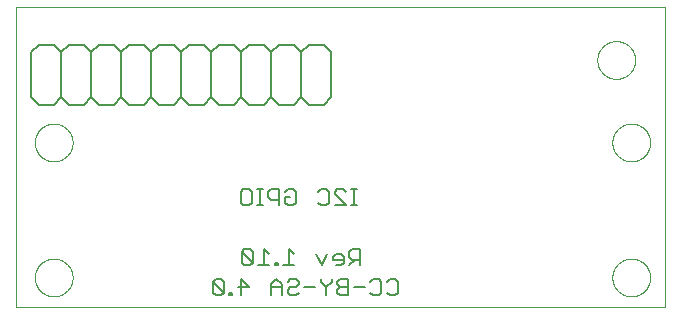
<source format=gbo>
G75*
%MOIN*%
%OFA0B0*%
%FSLAX25Y25*%
%IPPOS*%
%LPD*%
%AMOC8*
5,1,8,0,0,1.08239X$1,22.5*
%
%ADD10C,0.00000*%
%ADD11C,0.00500*%
%ADD12C,0.00600*%
D10*
X0031420Y0001000D02*
X0031420Y0101000D01*
X0247670Y0101000D01*
X0247670Y0001000D01*
X0031420Y0001000D01*
X0037621Y0011000D02*
X0037623Y0011158D01*
X0037629Y0011316D01*
X0037639Y0011474D01*
X0037653Y0011632D01*
X0037671Y0011789D01*
X0037692Y0011946D01*
X0037718Y0012102D01*
X0037748Y0012258D01*
X0037781Y0012413D01*
X0037819Y0012566D01*
X0037860Y0012719D01*
X0037905Y0012871D01*
X0037954Y0013022D01*
X0038007Y0013171D01*
X0038063Y0013319D01*
X0038123Y0013465D01*
X0038187Y0013610D01*
X0038255Y0013753D01*
X0038326Y0013895D01*
X0038400Y0014035D01*
X0038478Y0014172D01*
X0038560Y0014308D01*
X0038644Y0014442D01*
X0038733Y0014573D01*
X0038824Y0014702D01*
X0038919Y0014829D01*
X0039016Y0014954D01*
X0039117Y0015076D01*
X0039221Y0015195D01*
X0039328Y0015312D01*
X0039438Y0015426D01*
X0039551Y0015537D01*
X0039666Y0015646D01*
X0039784Y0015751D01*
X0039905Y0015853D01*
X0040028Y0015953D01*
X0040154Y0016049D01*
X0040282Y0016142D01*
X0040412Y0016232D01*
X0040545Y0016318D01*
X0040680Y0016402D01*
X0040816Y0016481D01*
X0040955Y0016558D01*
X0041096Y0016630D01*
X0041238Y0016700D01*
X0041382Y0016765D01*
X0041528Y0016827D01*
X0041675Y0016885D01*
X0041824Y0016940D01*
X0041974Y0016991D01*
X0042125Y0017038D01*
X0042277Y0017081D01*
X0042430Y0017120D01*
X0042585Y0017156D01*
X0042740Y0017187D01*
X0042896Y0017215D01*
X0043052Y0017239D01*
X0043209Y0017259D01*
X0043367Y0017275D01*
X0043524Y0017287D01*
X0043683Y0017295D01*
X0043841Y0017299D01*
X0043999Y0017299D01*
X0044157Y0017295D01*
X0044316Y0017287D01*
X0044473Y0017275D01*
X0044631Y0017259D01*
X0044788Y0017239D01*
X0044944Y0017215D01*
X0045100Y0017187D01*
X0045255Y0017156D01*
X0045410Y0017120D01*
X0045563Y0017081D01*
X0045715Y0017038D01*
X0045866Y0016991D01*
X0046016Y0016940D01*
X0046165Y0016885D01*
X0046312Y0016827D01*
X0046458Y0016765D01*
X0046602Y0016700D01*
X0046744Y0016630D01*
X0046885Y0016558D01*
X0047024Y0016481D01*
X0047160Y0016402D01*
X0047295Y0016318D01*
X0047428Y0016232D01*
X0047558Y0016142D01*
X0047686Y0016049D01*
X0047812Y0015953D01*
X0047935Y0015853D01*
X0048056Y0015751D01*
X0048174Y0015646D01*
X0048289Y0015537D01*
X0048402Y0015426D01*
X0048512Y0015312D01*
X0048619Y0015195D01*
X0048723Y0015076D01*
X0048824Y0014954D01*
X0048921Y0014829D01*
X0049016Y0014702D01*
X0049107Y0014573D01*
X0049196Y0014442D01*
X0049280Y0014308D01*
X0049362Y0014172D01*
X0049440Y0014035D01*
X0049514Y0013895D01*
X0049585Y0013753D01*
X0049653Y0013610D01*
X0049717Y0013465D01*
X0049777Y0013319D01*
X0049833Y0013171D01*
X0049886Y0013022D01*
X0049935Y0012871D01*
X0049980Y0012719D01*
X0050021Y0012566D01*
X0050059Y0012413D01*
X0050092Y0012258D01*
X0050122Y0012102D01*
X0050148Y0011946D01*
X0050169Y0011789D01*
X0050187Y0011632D01*
X0050201Y0011474D01*
X0050211Y0011316D01*
X0050217Y0011158D01*
X0050219Y0011000D01*
X0050217Y0010842D01*
X0050211Y0010684D01*
X0050201Y0010526D01*
X0050187Y0010368D01*
X0050169Y0010211D01*
X0050148Y0010054D01*
X0050122Y0009898D01*
X0050092Y0009742D01*
X0050059Y0009587D01*
X0050021Y0009434D01*
X0049980Y0009281D01*
X0049935Y0009129D01*
X0049886Y0008978D01*
X0049833Y0008829D01*
X0049777Y0008681D01*
X0049717Y0008535D01*
X0049653Y0008390D01*
X0049585Y0008247D01*
X0049514Y0008105D01*
X0049440Y0007965D01*
X0049362Y0007828D01*
X0049280Y0007692D01*
X0049196Y0007558D01*
X0049107Y0007427D01*
X0049016Y0007298D01*
X0048921Y0007171D01*
X0048824Y0007046D01*
X0048723Y0006924D01*
X0048619Y0006805D01*
X0048512Y0006688D01*
X0048402Y0006574D01*
X0048289Y0006463D01*
X0048174Y0006354D01*
X0048056Y0006249D01*
X0047935Y0006147D01*
X0047812Y0006047D01*
X0047686Y0005951D01*
X0047558Y0005858D01*
X0047428Y0005768D01*
X0047295Y0005682D01*
X0047160Y0005598D01*
X0047024Y0005519D01*
X0046885Y0005442D01*
X0046744Y0005370D01*
X0046602Y0005300D01*
X0046458Y0005235D01*
X0046312Y0005173D01*
X0046165Y0005115D01*
X0046016Y0005060D01*
X0045866Y0005009D01*
X0045715Y0004962D01*
X0045563Y0004919D01*
X0045410Y0004880D01*
X0045255Y0004844D01*
X0045100Y0004813D01*
X0044944Y0004785D01*
X0044788Y0004761D01*
X0044631Y0004741D01*
X0044473Y0004725D01*
X0044316Y0004713D01*
X0044157Y0004705D01*
X0043999Y0004701D01*
X0043841Y0004701D01*
X0043683Y0004705D01*
X0043524Y0004713D01*
X0043367Y0004725D01*
X0043209Y0004741D01*
X0043052Y0004761D01*
X0042896Y0004785D01*
X0042740Y0004813D01*
X0042585Y0004844D01*
X0042430Y0004880D01*
X0042277Y0004919D01*
X0042125Y0004962D01*
X0041974Y0005009D01*
X0041824Y0005060D01*
X0041675Y0005115D01*
X0041528Y0005173D01*
X0041382Y0005235D01*
X0041238Y0005300D01*
X0041096Y0005370D01*
X0040955Y0005442D01*
X0040816Y0005519D01*
X0040680Y0005598D01*
X0040545Y0005682D01*
X0040412Y0005768D01*
X0040282Y0005858D01*
X0040154Y0005951D01*
X0040028Y0006047D01*
X0039905Y0006147D01*
X0039784Y0006249D01*
X0039666Y0006354D01*
X0039551Y0006463D01*
X0039438Y0006574D01*
X0039328Y0006688D01*
X0039221Y0006805D01*
X0039117Y0006924D01*
X0039016Y0007046D01*
X0038919Y0007171D01*
X0038824Y0007298D01*
X0038733Y0007427D01*
X0038644Y0007558D01*
X0038560Y0007692D01*
X0038478Y0007828D01*
X0038400Y0007965D01*
X0038326Y0008105D01*
X0038255Y0008247D01*
X0038187Y0008390D01*
X0038123Y0008535D01*
X0038063Y0008681D01*
X0038007Y0008829D01*
X0037954Y0008978D01*
X0037905Y0009129D01*
X0037860Y0009281D01*
X0037819Y0009434D01*
X0037781Y0009587D01*
X0037748Y0009742D01*
X0037718Y0009898D01*
X0037692Y0010054D01*
X0037671Y0010211D01*
X0037653Y0010368D01*
X0037639Y0010526D01*
X0037629Y0010684D01*
X0037623Y0010842D01*
X0037621Y0011000D01*
X0037621Y0056000D02*
X0037623Y0056158D01*
X0037629Y0056316D01*
X0037639Y0056474D01*
X0037653Y0056632D01*
X0037671Y0056789D01*
X0037692Y0056946D01*
X0037718Y0057102D01*
X0037748Y0057258D01*
X0037781Y0057413D01*
X0037819Y0057566D01*
X0037860Y0057719D01*
X0037905Y0057871D01*
X0037954Y0058022D01*
X0038007Y0058171D01*
X0038063Y0058319D01*
X0038123Y0058465D01*
X0038187Y0058610D01*
X0038255Y0058753D01*
X0038326Y0058895D01*
X0038400Y0059035D01*
X0038478Y0059172D01*
X0038560Y0059308D01*
X0038644Y0059442D01*
X0038733Y0059573D01*
X0038824Y0059702D01*
X0038919Y0059829D01*
X0039016Y0059954D01*
X0039117Y0060076D01*
X0039221Y0060195D01*
X0039328Y0060312D01*
X0039438Y0060426D01*
X0039551Y0060537D01*
X0039666Y0060646D01*
X0039784Y0060751D01*
X0039905Y0060853D01*
X0040028Y0060953D01*
X0040154Y0061049D01*
X0040282Y0061142D01*
X0040412Y0061232D01*
X0040545Y0061318D01*
X0040680Y0061402D01*
X0040816Y0061481D01*
X0040955Y0061558D01*
X0041096Y0061630D01*
X0041238Y0061700D01*
X0041382Y0061765D01*
X0041528Y0061827D01*
X0041675Y0061885D01*
X0041824Y0061940D01*
X0041974Y0061991D01*
X0042125Y0062038D01*
X0042277Y0062081D01*
X0042430Y0062120D01*
X0042585Y0062156D01*
X0042740Y0062187D01*
X0042896Y0062215D01*
X0043052Y0062239D01*
X0043209Y0062259D01*
X0043367Y0062275D01*
X0043524Y0062287D01*
X0043683Y0062295D01*
X0043841Y0062299D01*
X0043999Y0062299D01*
X0044157Y0062295D01*
X0044316Y0062287D01*
X0044473Y0062275D01*
X0044631Y0062259D01*
X0044788Y0062239D01*
X0044944Y0062215D01*
X0045100Y0062187D01*
X0045255Y0062156D01*
X0045410Y0062120D01*
X0045563Y0062081D01*
X0045715Y0062038D01*
X0045866Y0061991D01*
X0046016Y0061940D01*
X0046165Y0061885D01*
X0046312Y0061827D01*
X0046458Y0061765D01*
X0046602Y0061700D01*
X0046744Y0061630D01*
X0046885Y0061558D01*
X0047024Y0061481D01*
X0047160Y0061402D01*
X0047295Y0061318D01*
X0047428Y0061232D01*
X0047558Y0061142D01*
X0047686Y0061049D01*
X0047812Y0060953D01*
X0047935Y0060853D01*
X0048056Y0060751D01*
X0048174Y0060646D01*
X0048289Y0060537D01*
X0048402Y0060426D01*
X0048512Y0060312D01*
X0048619Y0060195D01*
X0048723Y0060076D01*
X0048824Y0059954D01*
X0048921Y0059829D01*
X0049016Y0059702D01*
X0049107Y0059573D01*
X0049196Y0059442D01*
X0049280Y0059308D01*
X0049362Y0059172D01*
X0049440Y0059035D01*
X0049514Y0058895D01*
X0049585Y0058753D01*
X0049653Y0058610D01*
X0049717Y0058465D01*
X0049777Y0058319D01*
X0049833Y0058171D01*
X0049886Y0058022D01*
X0049935Y0057871D01*
X0049980Y0057719D01*
X0050021Y0057566D01*
X0050059Y0057413D01*
X0050092Y0057258D01*
X0050122Y0057102D01*
X0050148Y0056946D01*
X0050169Y0056789D01*
X0050187Y0056632D01*
X0050201Y0056474D01*
X0050211Y0056316D01*
X0050217Y0056158D01*
X0050219Y0056000D01*
X0050217Y0055842D01*
X0050211Y0055684D01*
X0050201Y0055526D01*
X0050187Y0055368D01*
X0050169Y0055211D01*
X0050148Y0055054D01*
X0050122Y0054898D01*
X0050092Y0054742D01*
X0050059Y0054587D01*
X0050021Y0054434D01*
X0049980Y0054281D01*
X0049935Y0054129D01*
X0049886Y0053978D01*
X0049833Y0053829D01*
X0049777Y0053681D01*
X0049717Y0053535D01*
X0049653Y0053390D01*
X0049585Y0053247D01*
X0049514Y0053105D01*
X0049440Y0052965D01*
X0049362Y0052828D01*
X0049280Y0052692D01*
X0049196Y0052558D01*
X0049107Y0052427D01*
X0049016Y0052298D01*
X0048921Y0052171D01*
X0048824Y0052046D01*
X0048723Y0051924D01*
X0048619Y0051805D01*
X0048512Y0051688D01*
X0048402Y0051574D01*
X0048289Y0051463D01*
X0048174Y0051354D01*
X0048056Y0051249D01*
X0047935Y0051147D01*
X0047812Y0051047D01*
X0047686Y0050951D01*
X0047558Y0050858D01*
X0047428Y0050768D01*
X0047295Y0050682D01*
X0047160Y0050598D01*
X0047024Y0050519D01*
X0046885Y0050442D01*
X0046744Y0050370D01*
X0046602Y0050300D01*
X0046458Y0050235D01*
X0046312Y0050173D01*
X0046165Y0050115D01*
X0046016Y0050060D01*
X0045866Y0050009D01*
X0045715Y0049962D01*
X0045563Y0049919D01*
X0045410Y0049880D01*
X0045255Y0049844D01*
X0045100Y0049813D01*
X0044944Y0049785D01*
X0044788Y0049761D01*
X0044631Y0049741D01*
X0044473Y0049725D01*
X0044316Y0049713D01*
X0044157Y0049705D01*
X0043999Y0049701D01*
X0043841Y0049701D01*
X0043683Y0049705D01*
X0043524Y0049713D01*
X0043367Y0049725D01*
X0043209Y0049741D01*
X0043052Y0049761D01*
X0042896Y0049785D01*
X0042740Y0049813D01*
X0042585Y0049844D01*
X0042430Y0049880D01*
X0042277Y0049919D01*
X0042125Y0049962D01*
X0041974Y0050009D01*
X0041824Y0050060D01*
X0041675Y0050115D01*
X0041528Y0050173D01*
X0041382Y0050235D01*
X0041238Y0050300D01*
X0041096Y0050370D01*
X0040955Y0050442D01*
X0040816Y0050519D01*
X0040680Y0050598D01*
X0040545Y0050682D01*
X0040412Y0050768D01*
X0040282Y0050858D01*
X0040154Y0050951D01*
X0040028Y0051047D01*
X0039905Y0051147D01*
X0039784Y0051249D01*
X0039666Y0051354D01*
X0039551Y0051463D01*
X0039438Y0051574D01*
X0039328Y0051688D01*
X0039221Y0051805D01*
X0039117Y0051924D01*
X0039016Y0052046D01*
X0038919Y0052171D01*
X0038824Y0052298D01*
X0038733Y0052427D01*
X0038644Y0052558D01*
X0038560Y0052692D01*
X0038478Y0052828D01*
X0038400Y0052965D01*
X0038326Y0053105D01*
X0038255Y0053247D01*
X0038187Y0053390D01*
X0038123Y0053535D01*
X0038063Y0053681D01*
X0038007Y0053829D01*
X0037954Y0053978D01*
X0037905Y0054129D01*
X0037860Y0054281D01*
X0037819Y0054434D01*
X0037781Y0054587D01*
X0037748Y0054742D01*
X0037718Y0054898D01*
X0037692Y0055054D01*
X0037671Y0055211D01*
X0037653Y0055368D01*
X0037639Y0055526D01*
X0037629Y0055684D01*
X0037623Y0055842D01*
X0037621Y0056000D01*
X0225121Y0083500D02*
X0225123Y0083658D01*
X0225129Y0083816D01*
X0225139Y0083974D01*
X0225153Y0084132D01*
X0225171Y0084289D01*
X0225192Y0084446D01*
X0225218Y0084602D01*
X0225248Y0084758D01*
X0225281Y0084913D01*
X0225319Y0085066D01*
X0225360Y0085219D01*
X0225405Y0085371D01*
X0225454Y0085522D01*
X0225507Y0085671D01*
X0225563Y0085819D01*
X0225623Y0085965D01*
X0225687Y0086110D01*
X0225755Y0086253D01*
X0225826Y0086395D01*
X0225900Y0086535D01*
X0225978Y0086672D01*
X0226060Y0086808D01*
X0226144Y0086942D01*
X0226233Y0087073D01*
X0226324Y0087202D01*
X0226419Y0087329D01*
X0226516Y0087454D01*
X0226617Y0087576D01*
X0226721Y0087695D01*
X0226828Y0087812D01*
X0226938Y0087926D01*
X0227051Y0088037D01*
X0227166Y0088146D01*
X0227284Y0088251D01*
X0227405Y0088353D01*
X0227528Y0088453D01*
X0227654Y0088549D01*
X0227782Y0088642D01*
X0227912Y0088732D01*
X0228045Y0088818D01*
X0228180Y0088902D01*
X0228316Y0088981D01*
X0228455Y0089058D01*
X0228596Y0089130D01*
X0228738Y0089200D01*
X0228882Y0089265D01*
X0229028Y0089327D01*
X0229175Y0089385D01*
X0229324Y0089440D01*
X0229474Y0089491D01*
X0229625Y0089538D01*
X0229777Y0089581D01*
X0229930Y0089620D01*
X0230085Y0089656D01*
X0230240Y0089687D01*
X0230396Y0089715D01*
X0230552Y0089739D01*
X0230709Y0089759D01*
X0230867Y0089775D01*
X0231024Y0089787D01*
X0231183Y0089795D01*
X0231341Y0089799D01*
X0231499Y0089799D01*
X0231657Y0089795D01*
X0231816Y0089787D01*
X0231973Y0089775D01*
X0232131Y0089759D01*
X0232288Y0089739D01*
X0232444Y0089715D01*
X0232600Y0089687D01*
X0232755Y0089656D01*
X0232910Y0089620D01*
X0233063Y0089581D01*
X0233215Y0089538D01*
X0233366Y0089491D01*
X0233516Y0089440D01*
X0233665Y0089385D01*
X0233812Y0089327D01*
X0233958Y0089265D01*
X0234102Y0089200D01*
X0234244Y0089130D01*
X0234385Y0089058D01*
X0234524Y0088981D01*
X0234660Y0088902D01*
X0234795Y0088818D01*
X0234928Y0088732D01*
X0235058Y0088642D01*
X0235186Y0088549D01*
X0235312Y0088453D01*
X0235435Y0088353D01*
X0235556Y0088251D01*
X0235674Y0088146D01*
X0235789Y0088037D01*
X0235902Y0087926D01*
X0236012Y0087812D01*
X0236119Y0087695D01*
X0236223Y0087576D01*
X0236324Y0087454D01*
X0236421Y0087329D01*
X0236516Y0087202D01*
X0236607Y0087073D01*
X0236696Y0086942D01*
X0236780Y0086808D01*
X0236862Y0086672D01*
X0236940Y0086535D01*
X0237014Y0086395D01*
X0237085Y0086253D01*
X0237153Y0086110D01*
X0237217Y0085965D01*
X0237277Y0085819D01*
X0237333Y0085671D01*
X0237386Y0085522D01*
X0237435Y0085371D01*
X0237480Y0085219D01*
X0237521Y0085066D01*
X0237559Y0084913D01*
X0237592Y0084758D01*
X0237622Y0084602D01*
X0237648Y0084446D01*
X0237669Y0084289D01*
X0237687Y0084132D01*
X0237701Y0083974D01*
X0237711Y0083816D01*
X0237717Y0083658D01*
X0237719Y0083500D01*
X0237717Y0083342D01*
X0237711Y0083184D01*
X0237701Y0083026D01*
X0237687Y0082868D01*
X0237669Y0082711D01*
X0237648Y0082554D01*
X0237622Y0082398D01*
X0237592Y0082242D01*
X0237559Y0082087D01*
X0237521Y0081934D01*
X0237480Y0081781D01*
X0237435Y0081629D01*
X0237386Y0081478D01*
X0237333Y0081329D01*
X0237277Y0081181D01*
X0237217Y0081035D01*
X0237153Y0080890D01*
X0237085Y0080747D01*
X0237014Y0080605D01*
X0236940Y0080465D01*
X0236862Y0080328D01*
X0236780Y0080192D01*
X0236696Y0080058D01*
X0236607Y0079927D01*
X0236516Y0079798D01*
X0236421Y0079671D01*
X0236324Y0079546D01*
X0236223Y0079424D01*
X0236119Y0079305D01*
X0236012Y0079188D01*
X0235902Y0079074D01*
X0235789Y0078963D01*
X0235674Y0078854D01*
X0235556Y0078749D01*
X0235435Y0078647D01*
X0235312Y0078547D01*
X0235186Y0078451D01*
X0235058Y0078358D01*
X0234928Y0078268D01*
X0234795Y0078182D01*
X0234660Y0078098D01*
X0234524Y0078019D01*
X0234385Y0077942D01*
X0234244Y0077870D01*
X0234102Y0077800D01*
X0233958Y0077735D01*
X0233812Y0077673D01*
X0233665Y0077615D01*
X0233516Y0077560D01*
X0233366Y0077509D01*
X0233215Y0077462D01*
X0233063Y0077419D01*
X0232910Y0077380D01*
X0232755Y0077344D01*
X0232600Y0077313D01*
X0232444Y0077285D01*
X0232288Y0077261D01*
X0232131Y0077241D01*
X0231973Y0077225D01*
X0231816Y0077213D01*
X0231657Y0077205D01*
X0231499Y0077201D01*
X0231341Y0077201D01*
X0231183Y0077205D01*
X0231024Y0077213D01*
X0230867Y0077225D01*
X0230709Y0077241D01*
X0230552Y0077261D01*
X0230396Y0077285D01*
X0230240Y0077313D01*
X0230085Y0077344D01*
X0229930Y0077380D01*
X0229777Y0077419D01*
X0229625Y0077462D01*
X0229474Y0077509D01*
X0229324Y0077560D01*
X0229175Y0077615D01*
X0229028Y0077673D01*
X0228882Y0077735D01*
X0228738Y0077800D01*
X0228596Y0077870D01*
X0228455Y0077942D01*
X0228316Y0078019D01*
X0228180Y0078098D01*
X0228045Y0078182D01*
X0227912Y0078268D01*
X0227782Y0078358D01*
X0227654Y0078451D01*
X0227528Y0078547D01*
X0227405Y0078647D01*
X0227284Y0078749D01*
X0227166Y0078854D01*
X0227051Y0078963D01*
X0226938Y0079074D01*
X0226828Y0079188D01*
X0226721Y0079305D01*
X0226617Y0079424D01*
X0226516Y0079546D01*
X0226419Y0079671D01*
X0226324Y0079798D01*
X0226233Y0079927D01*
X0226144Y0080058D01*
X0226060Y0080192D01*
X0225978Y0080328D01*
X0225900Y0080465D01*
X0225826Y0080605D01*
X0225755Y0080747D01*
X0225687Y0080890D01*
X0225623Y0081035D01*
X0225563Y0081181D01*
X0225507Y0081329D01*
X0225454Y0081478D01*
X0225405Y0081629D01*
X0225360Y0081781D01*
X0225319Y0081934D01*
X0225281Y0082087D01*
X0225248Y0082242D01*
X0225218Y0082398D01*
X0225192Y0082554D01*
X0225171Y0082711D01*
X0225153Y0082868D01*
X0225139Y0083026D01*
X0225129Y0083184D01*
X0225123Y0083342D01*
X0225121Y0083500D01*
X0230121Y0056000D02*
X0230123Y0056158D01*
X0230129Y0056316D01*
X0230139Y0056474D01*
X0230153Y0056632D01*
X0230171Y0056789D01*
X0230192Y0056946D01*
X0230218Y0057102D01*
X0230248Y0057258D01*
X0230281Y0057413D01*
X0230319Y0057566D01*
X0230360Y0057719D01*
X0230405Y0057871D01*
X0230454Y0058022D01*
X0230507Y0058171D01*
X0230563Y0058319D01*
X0230623Y0058465D01*
X0230687Y0058610D01*
X0230755Y0058753D01*
X0230826Y0058895D01*
X0230900Y0059035D01*
X0230978Y0059172D01*
X0231060Y0059308D01*
X0231144Y0059442D01*
X0231233Y0059573D01*
X0231324Y0059702D01*
X0231419Y0059829D01*
X0231516Y0059954D01*
X0231617Y0060076D01*
X0231721Y0060195D01*
X0231828Y0060312D01*
X0231938Y0060426D01*
X0232051Y0060537D01*
X0232166Y0060646D01*
X0232284Y0060751D01*
X0232405Y0060853D01*
X0232528Y0060953D01*
X0232654Y0061049D01*
X0232782Y0061142D01*
X0232912Y0061232D01*
X0233045Y0061318D01*
X0233180Y0061402D01*
X0233316Y0061481D01*
X0233455Y0061558D01*
X0233596Y0061630D01*
X0233738Y0061700D01*
X0233882Y0061765D01*
X0234028Y0061827D01*
X0234175Y0061885D01*
X0234324Y0061940D01*
X0234474Y0061991D01*
X0234625Y0062038D01*
X0234777Y0062081D01*
X0234930Y0062120D01*
X0235085Y0062156D01*
X0235240Y0062187D01*
X0235396Y0062215D01*
X0235552Y0062239D01*
X0235709Y0062259D01*
X0235867Y0062275D01*
X0236024Y0062287D01*
X0236183Y0062295D01*
X0236341Y0062299D01*
X0236499Y0062299D01*
X0236657Y0062295D01*
X0236816Y0062287D01*
X0236973Y0062275D01*
X0237131Y0062259D01*
X0237288Y0062239D01*
X0237444Y0062215D01*
X0237600Y0062187D01*
X0237755Y0062156D01*
X0237910Y0062120D01*
X0238063Y0062081D01*
X0238215Y0062038D01*
X0238366Y0061991D01*
X0238516Y0061940D01*
X0238665Y0061885D01*
X0238812Y0061827D01*
X0238958Y0061765D01*
X0239102Y0061700D01*
X0239244Y0061630D01*
X0239385Y0061558D01*
X0239524Y0061481D01*
X0239660Y0061402D01*
X0239795Y0061318D01*
X0239928Y0061232D01*
X0240058Y0061142D01*
X0240186Y0061049D01*
X0240312Y0060953D01*
X0240435Y0060853D01*
X0240556Y0060751D01*
X0240674Y0060646D01*
X0240789Y0060537D01*
X0240902Y0060426D01*
X0241012Y0060312D01*
X0241119Y0060195D01*
X0241223Y0060076D01*
X0241324Y0059954D01*
X0241421Y0059829D01*
X0241516Y0059702D01*
X0241607Y0059573D01*
X0241696Y0059442D01*
X0241780Y0059308D01*
X0241862Y0059172D01*
X0241940Y0059035D01*
X0242014Y0058895D01*
X0242085Y0058753D01*
X0242153Y0058610D01*
X0242217Y0058465D01*
X0242277Y0058319D01*
X0242333Y0058171D01*
X0242386Y0058022D01*
X0242435Y0057871D01*
X0242480Y0057719D01*
X0242521Y0057566D01*
X0242559Y0057413D01*
X0242592Y0057258D01*
X0242622Y0057102D01*
X0242648Y0056946D01*
X0242669Y0056789D01*
X0242687Y0056632D01*
X0242701Y0056474D01*
X0242711Y0056316D01*
X0242717Y0056158D01*
X0242719Y0056000D01*
X0242717Y0055842D01*
X0242711Y0055684D01*
X0242701Y0055526D01*
X0242687Y0055368D01*
X0242669Y0055211D01*
X0242648Y0055054D01*
X0242622Y0054898D01*
X0242592Y0054742D01*
X0242559Y0054587D01*
X0242521Y0054434D01*
X0242480Y0054281D01*
X0242435Y0054129D01*
X0242386Y0053978D01*
X0242333Y0053829D01*
X0242277Y0053681D01*
X0242217Y0053535D01*
X0242153Y0053390D01*
X0242085Y0053247D01*
X0242014Y0053105D01*
X0241940Y0052965D01*
X0241862Y0052828D01*
X0241780Y0052692D01*
X0241696Y0052558D01*
X0241607Y0052427D01*
X0241516Y0052298D01*
X0241421Y0052171D01*
X0241324Y0052046D01*
X0241223Y0051924D01*
X0241119Y0051805D01*
X0241012Y0051688D01*
X0240902Y0051574D01*
X0240789Y0051463D01*
X0240674Y0051354D01*
X0240556Y0051249D01*
X0240435Y0051147D01*
X0240312Y0051047D01*
X0240186Y0050951D01*
X0240058Y0050858D01*
X0239928Y0050768D01*
X0239795Y0050682D01*
X0239660Y0050598D01*
X0239524Y0050519D01*
X0239385Y0050442D01*
X0239244Y0050370D01*
X0239102Y0050300D01*
X0238958Y0050235D01*
X0238812Y0050173D01*
X0238665Y0050115D01*
X0238516Y0050060D01*
X0238366Y0050009D01*
X0238215Y0049962D01*
X0238063Y0049919D01*
X0237910Y0049880D01*
X0237755Y0049844D01*
X0237600Y0049813D01*
X0237444Y0049785D01*
X0237288Y0049761D01*
X0237131Y0049741D01*
X0236973Y0049725D01*
X0236816Y0049713D01*
X0236657Y0049705D01*
X0236499Y0049701D01*
X0236341Y0049701D01*
X0236183Y0049705D01*
X0236024Y0049713D01*
X0235867Y0049725D01*
X0235709Y0049741D01*
X0235552Y0049761D01*
X0235396Y0049785D01*
X0235240Y0049813D01*
X0235085Y0049844D01*
X0234930Y0049880D01*
X0234777Y0049919D01*
X0234625Y0049962D01*
X0234474Y0050009D01*
X0234324Y0050060D01*
X0234175Y0050115D01*
X0234028Y0050173D01*
X0233882Y0050235D01*
X0233738Y0050300D01*
X0233596Y0050370D01*
X0233455Y0050442D01*
X0233316Y0050519D01*
X0233180Y0050598D01*
X0233045Y0050682D01*
X0232912Y0050768D01*
X0232782Y0050858D01*
X0232654Y0050951D01*
X0232528Y0051047D01*
X0232405Y0051147D01*
X0232284Y0051249D01*
X0232166Y0051354D01*
X0232051Y0051463D01*
X0231938Y0051574D01*
X0231828Y0051688D01*
X0231721Y0051805D01*
X0231617Y0051924D01*
X0231516Y0052046D01*
X0231419Y0052171D01*
X0231324Y0052298D01*
X0231233Y0052427D01*
X0231144Y0052558D01*
X0231060Y0052692D01*
X0230978Y0052828D01*
X0230900Y0052965D01*
X0230826Y0053105D01*
X0230755Y0053247D01*
X0230687Y0053390D01*
X0230623Y0053535D01*
X0230563Y0053681D01*
X0230507Y0053829D01*
X0230454Y0053978D01*
X0230405Y0054129D01*
X0230360Y0054281D01*
X0230319Y0054434D01*
X0230281Y0054587D01*
X0230248Y0054742D01*
X0230218Y0054898D01*
X0230192Y0055054D01*
X0230171Y0055211D01*
X0230153Y0055368D01*
X0230139Y0055526D01*
X0230129Y0055684D01*
X0230123Y0055842D01*
X0230121Y0056000D01*
X0230121Y0011000D02*
X0230123Y0011158D01*
X0230129Y0011316D01*
X0230139Y0011474D01*
X0230153Y0011632D01*
X0230171Y0011789D01*
X0230192Y0011946D01*
X0230218Y0012102D01*
X0230248Y0012258D01*
X0230281Y0012413D01*
X0230319Y0012566D01*
X0230360Y0012719D01*
X0230405Y0012871D01*
X0230454Y0013022D01*
X0230507Y0013171D01*
X0230563Y0013319D01*
X0230623Y0013465D01*
X0230687Y0013610D01*
X0230755Y0013753D01*
X0230826Y0013895D01*
X0230900Y0014035D01*
X0230978Y0014172D01*
X0231060Y0014308D01*
X0231144Y0014442D01*
X0231233Y0014573D01*
X0231324Y0014702D01*
X0231419Y0014829D01*
X0231516Y0014954D01*
X0231617Y0015076D01*
X0231721Y0015195D01*
X0231828Y0015312D01*
X0231938Y0015426D01*
X0232051Y0015537D01*
X0232166Y0015646D01*
X0232284Y0015751D01*
X0232405Y0015853D01*
X0232528Y0015953D01*
X0232654Y0016049D01*
X0232782Y0016142D01*
X0232912Y0016232D01*
X0233045Y0016318D01*
X0233180Y0016402D01*
X0233316Y0016481D01*
X0233455Y0016558D01*
X0233596Y0016630D01*
X0233738Y0016700D01*
X0233882Y0016765D01*
X0234028Y0016827D01*
X0234175Y0016885D01*
X0234324Y0016940D01*
X0234474Y0016991D01*
X0234625Y0017038D01*
X0234777Y0017081D01*
X0234930Y0017120D01*
X0235085Y0017156D01*
X0235240Y0017187D01*
X0235396Y0017215D01*
X0235552Y0017239D01*
X0235709Y0017259D01*
X0235867Y0017275D01*
X0236024Y0017287D01*
X0236183Y0017295D01*
X0236341Y0017299D01*
X0236499Y0017299D01*
X0236657Y0017295D01*
X0236816Y0017287D01*
X0236973Y0017275D01*
X0237131Y0017259D01*
X0237288Y0017239D01*
X0237444Y0017215D01*
X0237600Y0017187D01*
X0237755Y0017156D01*
X0237910Y0017120D01*
X0238063Y0017081D01*
X0238215Y0017038D01*
X0238366Y0016991D01*
X0238516Y0016940D01*
X0238665Y0016885D01*
X0238812Y0016827D01*
X0238958Y0016765D01*
X0239102Y0016700D01*
X0239244Y0016630D01*
X0239385Y0016558D01*
X0239524Y0016481D01*
X0239660Y0016402D01*
X0239795Y0016318D01*
X0239928Y0016232D01*
X0240058Y0016142D01*
X0240186Y0016049D01*
X0240312Y0015953D01*
X0240435Y0015853D01*
X0240556Y0015751D01*
X0240674Y0015646D01*
X0240789Y0015537D01*
X0240902Y0015426D01*
X0241012Y0015312D01*
X0241119Y0015195D01*
X0241223Y0015076D01*
X0241324Y0014954D01*
X0241421Y0014829D01*
X0241516Y0014702D01*
X0241607Y0014573D01*
X0241696Y0014442D01*
X0241780Y0014308D01*
X0241862Y0014172D01*
X0241940Y0014035D01*
X0242014Y0013895D01*
X0242085Y0013753D01*
X0242153Y0013610D01*
X0242217Y0013465D01*
X0242277Y0013319D01*
X0242333Y0013171D01*
X0242386Y0013022D01*
X0242435Y0012871D01*
X0242480Y0012719D01*
X0242521Y0012566D01*
X0242559Y0012413D01*
X0242592Y0012258D01*
X0242622Y0012102D01*
X0242648Y0011946D01*
X0242669Y0011789D01*
X0242687Y0011632D01*
X0242701Y0011474D01*
X0242711Y0011316D01*
X0242717Y0011158D01*
X0242719Y0011000D01*
X0242717Y0010842D01*
X0242711Y0010684D01*
X0242701Y0010526D01*
X0242687Y0010368D01*
X0242669Y0010211D01*
X0242648Y0010054D01*
X0242622Y0009898D01*
X0242592Y0009742D01*
X0242559Y0009587D01*
X0242521Y0009434D01*
X0242480Y0009281D01*
X0242435Y0009129D01*
X0242386Y0008978D01*
X0242333Y0008829D01*
X0242277Y0008681D01*
X0242217Y0008535D01*
X0242153Y0008390D01*
X0242085Y0008247D01*
X0242014Y0008105D01*
X0241940Y0007965D01*
X0241862Y0007828D01*
X0241780Y0007692D01*
X0241696Y0007558D01*
X0241607Y0007427D01*
X0241516Y0007298D01*
X0241421Y0007171D01*
X0241324Y0007046D01*
X0241223Y0006924D01*
X0241119Y0006805D01*
X0241012Y0006688D01*
X0240902Y0006574D01*
X0240789Y0006463D01*
X0240674Y0006354D01*
X0240556Y0006249D01*
X0240435Y0006147D01*
X0240312Y0006047D01*
X0240186Y0005951D01*
X0240058Y0005858D01*
X0239928Y0005768D01*
X0239795Y0005682D01*
X0239660Y0005598D01*
X0239524Y0005519D01*
X0239385Y0005442D01*
X0239244Y0005370D01*
X0239102Y0005300D01*
X0238958Y0005235D01*
X0238812Y0005173D01*
X0238665Y0005115D01*
X0238516Y0005060D01*
X0238366Y0005009D01*
X0238215Y0004962D01*
X0238063Y0004919D01*
X0237910Y0004880D01*
X0237755Y0004844D01*
X0237600Y0004813D01*
X0237444Y0004785D01*
X0237288Y0004761D01*
X0237131Y0004741D01*
X0236973Y0004725D01*
X0236816Y0004713D01*
X0236657Y0004705D01*
X0236499Y0004701D01*
X0236341Y0004701D01*
X0236183Y0004705D01*
X0236024Y0004713D01*
X0235867Y0004725D01*
X0235709Y0004741D01*
X0235552Y0004761D01*
X0235396Y0004785D01*
X0235240Y0004813D01*
X0235085Y0004844D01*
X0234930Y0004880D01*
X0234777Y0004919D01*
X0234625Y0004962D01*
X0234474Y0005009D01*
X0234324Y0005060D01*
X0234175Y0005115D01*
X0234028Y0005173D01*
X0233882Y0005235D01*
X0233738Y0005300D01*
X0233596Y0005370D01*
X0233455Y0005442D01*
X0233316Y0005519D01*
X0233180Y0005598D01*
X0233045Y0005682D01*
X0232912Y0005768D01*
X0232782Y0005858D01*
X0232654Y0005951D01*
X0232528Y0006047D01*
X0232405Y0006147D01*
X0232284Y0006249D01*
X0232166Y0006354D01*
X0232051Y0006463D01*
X0231938Y0006574D01*
X0231828Y0006688D01*
X0231721Y0006805D01*
X0231617Y0006924D01*
X0231516Y0007046D01*
X0231419Y0007171D01*
X0231324Y0007298D01*
X0231233Y0007427D01*
X0231144Y0007558D01*
X0231060Y0007692D01*
X0230978Y0007828D01*
X0230900Y0007965D01*
X0230826Y0008105D01*
X0230755Y0008247D01*
X0230687Y0008390D01*
X0230623Y0008535D01*
X0230563Y0008681D01*
X0230507Y0008829D01*
X0230454Y0008978D01*
X0230405Y0009129D01*
X0230360Y0009281D01*
X0230319Y0009434D01*
X0230281Y0009587D01*
X0230248Y0009742D01*
X0230218Y0009898D01*
X0230192Y0010054D01*
X0230171Y0010211D01*
X0230153Y0010368D01*
X0230139Y0010526D01*
X0230129Y0010684D01*
X0230123Y0010842D01*
X0230121Y0011000D01*
D11*
X0158670Y0009587D02*
X0158670Y0005917D01*
X0157752Y0005000D01*
X0155917Y0005000D01*
X0155000Y0005917D01*
X0153145Y0005917D02*
X0152228Y0005000D01*
X0150393Y0005000D01*
X0149475Y0005917D01*
X0153145Y0005917D02*
X0153145Y0009587D01*
X0152228Y0010505D01*
X0150393Y0010505D01*
X0149475Y0009587D01*
X0147620Y0007752D02*
X0143950Y0007752D01*
X0142096Y0007752D02*
X0139343Y0007752D01*
X0138426Y0006835D01*
X0138426Y0005917D01*
X0139343Y0005000D01*
X0142096Y0005000D01*
X0142096Y0010505D01*
X0139343Y0010505D01*
X0138426Y0009587D01*
X0138426Y0008670D01*
X0139343Y0007752D01*
X0136571Y0009587D02*
X0134736Y0007752D01*
X0134736Y0005000D01*
X0134736Y0007752D02*
X0132901Y0009587D01*
X0132901Y0010505D01*
X0136571Y0010505D02*
X0136571Y0009587D01*
X0131046Y0007752D02*
X0127376Y0007752D01*
X0125521Y0008670D02*
X0124604Y0007752D01*
X0122769Y0007752D01*
X0121852Y0006835D01*
X0121852Y0005917D01*
X0122769Y0005000D01*
X0124604Y0005000D01*
X0125521Y0005917D01*
X0119997Y0005000D02*
X0119997Y0008670D01*
X0118162Y0010505D01*
X0116327Y0008670D01*
X0116327Y0005000D01*
X0116327Y0007752D02*
X0119997Y0007752D01*
X0121852Y0009587D02*
X0122769Y0010505D01*
X0124604Y0010505D01*
X0125521Y0009587D01*
X0125521Y0008670D01*
X0124071Y0015000D02*
X0120401Y0015000D01*
X0122236Y0015000D02*
X0122236Y0020505D01*
X0124071Y0018670D01*
X0118546Y0015917D02*
X0117629Y0015917D01*
X0117629Y0015000D01*
X0118546Y0015000D01*
X0118546Y0015917D01*
X0115784Y0015000D02*
X0112114Y0015000D01*
X0113949Y0015000D02*
X0113949Y0020505D01*
X0115784Y0018670D01*
X0110259Y0019587D02*
X0110259Y0015917D01*
X0106589Y0019587D01*
X0106589Y0015917D01*
X0107507Y0015000D01*
X0109342Y0015000D01*
X0110259Y0015917D01*
X0110259Y0019587D02*
X0109342Y0020505D01*
X0107507Y0020505D01*
X0106589Y0019587D01*
X0106195Y0010505D02*
X0108947Y0007752D01*
X0105277Y0007752D01*
X0103423Y0005917D02*
X0102505Y0005917D01*
X0102505Y0005000D01*
X0103423Y0005000D01*
X0103423Y0005917D01*
X0100660Y0005917D02*
X0099743Y0005000D01*
X0097908Y0005000D01*
X0096990Y0005917D01*
X0096990Y0009587D01*
X0100660Y0005917D01*
X0100660Y0009587D01*
X0099743Y0010505D01*
X0097908Y0010505D01*
X0096990Y0009587D01*
X0106195Y0010505D02*
X0106195Y0005000D01*
X0131450Y0018670D02*
X0133285Y0015000D01*
X0135120Y0018670D01*
X0136975Y0017752D02*
X0136975Y0016835D01*
X0140645Y0016835D01*
X0140645Y0017752D02*
X0139728Y0018670D01*
X0137893Y0018670D01*
X0136975Y0017752D01*
X0137893Y0015000D02*
X0139728Y0015000D01*
X0140645Y0015917D01*
X0140645Y0017752D01*
X0142500Y0017752D02*
X0143417Y0016835D01*
X0146170Y0016835D01*
X0144335Y0016835D02*
X0142500Y0015000D01*
X0142500Y0017752D02*
X0142500Y0019587D01*
X0143417Y0020505D01*
X0146170Y0020505D01*
X0146170Y0015000D01*
X0155000Y0009587D02*
X0155917Y0010505D01*
X0157752Y0010505D01*
X0158670Y0009587D01*
X0144920Y0035000D02*
X0143085Y0035000D01*
X0144002Y0035000D02*
X0144002Y0040505D01*
X0143085Y0040505D02*
X0144920Y0040505D01*
X0141237Y0039587D02*
X0140319Y0040505D01*
X0138484Y0040505D01*
X0137567Y0039587D01*
X0137567Y0038670D01*
X0141237Y0035000D01*
X0137567Y0035000D01*
X0135712Y0035917D02*
X0134794Y0035000D01*
X0132959Y0035000D01*
X0132042Y0035917D01*
X0135712Y0035917D02*
X0135712Y0039587D01*
X0134794Y0040505D01*
X0132959Y0040505D01*
X0132042Y0039587D01*
X0124662Y0039587D02*
X0124662Y0035917D01*
X0123745Y0035000D01*
X0121910Y0035000D01*
X0120993Y0035917D01*
X0120993Y0037752D01*
X0122827Y0037752D01*
X0120993Y0039587D02*
X0121910Y0040505D01*
X0123745Y0040505D01*
X0124662Y0039587D01*
X0119138Y0040505D02*
X0116385Y0040505D01*
X0115468Y0039587D01*
X0115468Y0037752D01*
X0116385Y0036835D01*
X0119138Y0036835D01*
X0119138Y0035000D02*
X0119138Y0040505D01*
X0113613Y0040505D02*
X0111778Y0040505D01*
X0112696Y0040505D02*
X0112696Y0035000D01*
X0113613Y0035000D02*
X0111778Y0035000D01*
X0109930Y0035917D02*
X0109012Y0035000D01*
X0107177Y0035000D01*
X0106260Y0035917D01*
X0106260Y0039587D01*
X0107177Y0040505D01*
X0109012Y0040505D01*
X0109930Y0039587D01*
X0109930Y0035917D01*
D12*
X0108920Y0068500D02*
X0113920Y0068500D01*
X0116420Y0071000D01*
X0116420Y0086000D01*
X0113920Y0088500D01*
X0108920Y0088500D01*
X0106420Y0086000D01*
X0106420Y0071000D01*
X0108920Y0068500D01*
X0106420Y0071000D02*
X0103920Y0068500D01*
X0098920Y0068500D01*
X0096420Y0071000D01*
X0096420Y0086000D01*
X0098920Y0088500D01*
X0103920Y0088500D01*
X0106420Y0086000D01*
X0096420Y0086000D02*
X0093920Y0088500D01*
X0088920Y0088500D01*
X0086420Y0086000D01*
X0086420Y0071000D01*
X0088920Y0068500D01*
X0093920Y0068500D01*
X0096420Y0071000D01*
X0086420Y0071000D02*
X0083920Y0068500D01*
X0078920Y0068500D01*
X0076420Y0071000D01*
X0076420Y0086000D01*
X0078920Y0088500D01*
X0083920Y0088500D01*
X0086420Y0086000D01*
X0076420Y0086000D02*
X0073920Y0088500D01*
X0068920Y0088500D01*
X0066420Y0086000D01*
X0066420Y0071000D01*
X0068920Y0068500D01*
X0073920Y0068500D01*
X0076420Y0071000D01*
X0066420Y0071000D02*
X0063920Y0068500D01*
X0058920Y0068500D01*
X0056420Y0071000D01*
X0056420Y0086000D01*
X0058920Y0088500D01*
X0063920Y0088500D01*
X0066420Y0086000D01*
X0056420Y0086000D02*
X0053920Y0088500D01*
X0048920Y0088500D01*
X0046420Y0086000D01*
X0046420Y0071000D01*
X0048920Y0068500D01*
X0053920Y0068500D01*
X0056420Y0071000D01*
X0046420Y0071000D02*
X0043920Y0068500D01*
X0038920Y0068500D01*
X0036420Y0071000D01*
X0036420Y0086000D01*
X0038920Y0088500D01*
X0043920Y0088500D01*
X0046420Y0086000D01*
X0116420Y0086000D02*
X0118920Y0088500D01*
X0123920Y0088500D01*
X0126420Y0086000D01*
X0128920Y0088500D01*
X0133920Y0088500D01*
X0136420Y0086000D01*
X0136420Y0071000D01*
X0133920Y0068500D01*
X0128920Y0068500D01*
X0126420Y0071000D01*
X0126420Y0086000D01*
X0126420Y0071000D02*
X0123920Y0068500D01*
X0118920Y0068500D01*
X0116420Y0071000D01*
M02*

</source>
